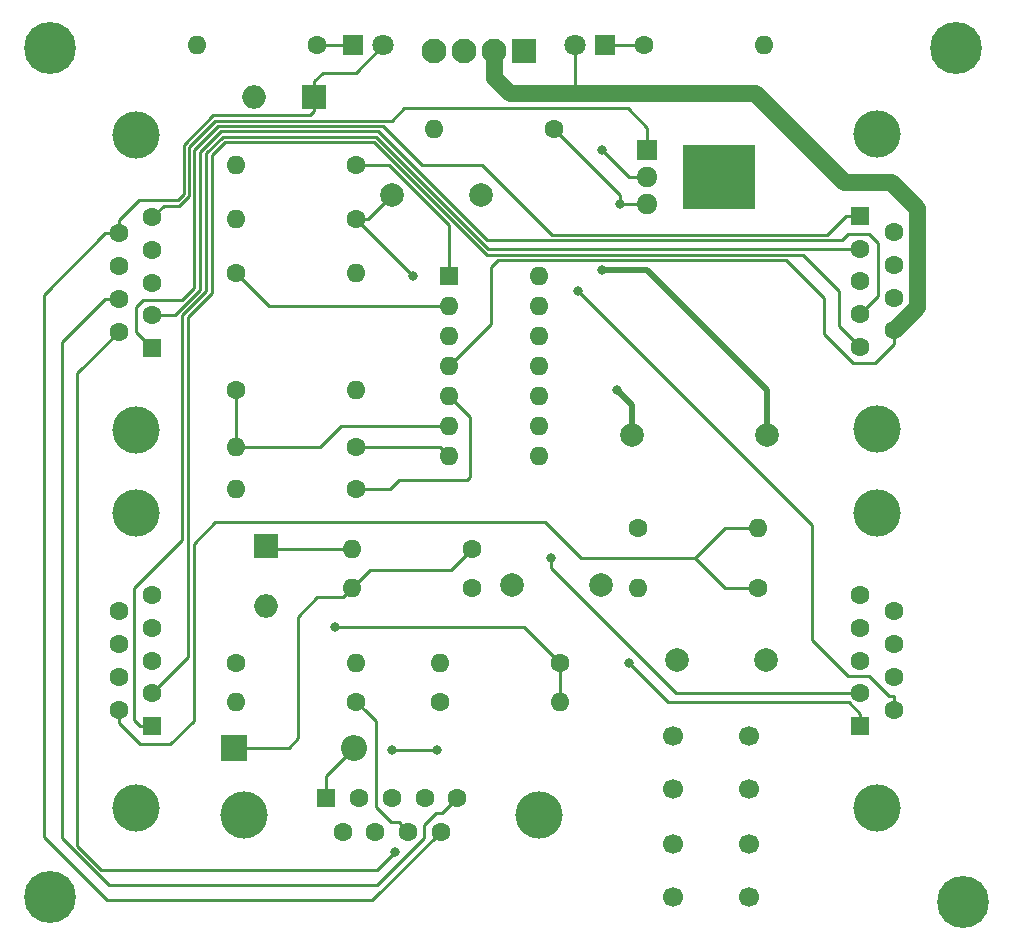
<source format=gbr>
G04 #@! TF.GenerationSoftware,KiCad,Pcbnew,5.1.6-c6e7f7d~87~ubuntu20.04.1*
G04 #@! TF.CreationDate,2020-09-09T20:55:58-04:00*
G04 #@! TF.ProjectId,CB3,4342332e-6b69-4636-9164-5f7063625858,rev?*
G04 #@! TF.SameCoordinates,Original*
G04 #@! TF.FileFunction,Copper,L1,Top*
G04 #@! TF.FilePolarity,Positive*
%FSLAX46Y46*%
G04 Gerber Fmt 4.6, Leading zero omitted, Abs format (unit mm)*
G04 Created by KiCad (PCBNEW 5.1.6-c6e7f7d~87~ubuntu20.04.1) date 2020-09-09 20:55:58*
%MOMM*%
%LPD*%
G01*
G04 APERTURE LIST*
G04 #@! TA.AperFunction,ComponentPad*
%ADD10O,1.800000X1.714500*%
G04 #@! TD*
G04 #@! TA.AperFunction,ComponentPad*
%ADD11R,1.800000X1.714500*%
G04 #@! TD*
G04 #@! TA.AperFunction,SMDPad,CuDef*
%ADD12R,6.200000X5.500000*%
G04 #@! TD*
G04 #@! TA.AperFunction,ComponentPad*
%ADD13C,2.000000*%
G04 #@! TD*
G04 #@! TA.AperFunction,ComponentPad*
%ADD14O,1.600000X1.600000*%
G04 #@! TD*
G04 #@! TA.AperFunction,ComponentPad*
%ADD15C,1.600000*%
G04 #@! TD*
G04 #@! TA.AperFunction,ComponentPad*
%ADD16C,1.800000*%
G04 #@! TD*
G04 #@! TA.AperFunction,ComponentPad*
%ADD17R,1.800000X1.800000*%
G04 #@! TD*
G04 #@! TA.AperFunction,ComponentPad*
%ADD18O,2.000000X2.000000*%
G04 #@! TD*
G04 #@! TA.AperFunction,ComponentPad*
%ADD19R,2.000000X2.000000*%
G04 #@! TD*
G04 #@! TA.AperFunction,ComponentPad*
%ADD20O,2.200000X2.200000*%
G04 #@! TD*
G04 #@! TA.AperFunction,ComponentPad*
%ADD21R,2.200000X2.200000*%
G04 #@! TD*
G04 #@! TA.AperFunction,ComponentPad*
%ADD22R,1.600000X1.600000*%
G04 #@! TD*
G04 #@! TA.AperFunction,ComponentPad*
%ADD23C,4.000000*%
G04 #@! TD*
G04 #@! TA.AperFunction,ComponentPad*
%ADD24C,2.100000*%
G04 #@! TD*
G04 #@! TA.AperFunction,ComponentPad*
%ADD25R,2.100000X2.100000*%
G04 #@! TD*
G04 #@! TA.AperFunction,ComponentPad*
%ADD26C,1.700000*%
G04 #@! TD*
G04 #@! TA.AperFunction,ViaPad*
%ADD27C,4.400000*%
G04 #@! TD*
G04 #@! TA.AperFunction,ViaPad*
%ADD28C,0.800000*%
G04 #@! TD*
G04 #@! TA.AperFunction,Conductor*
%ADD29C,0.250000*%
G04 #@! TD*
G04 #@! TA.AperFunction,Conductor*
%ADD30C,0.500000*%
G04 #@! TD*
G04 #@! TA.AperFunction,Conductor*
%ADD31C,1.400000*%
G04 #@! TD*
G04 APERTURE END LIST*
D10*
X128270000Y-55372000D03*
X128270000Y-53086000D03*
D11*
X128270000Y-50800000D03*
D12*
X134343333Y-53086000D03*
D13*
X138400000Y-74930000D03*
X127000000Y-74930000D03*
X138310000Y-93980000D03*
X130810000Y-93980000D03*
X114180000Y-54610000D03*
X106680000Y-54610000D03*
X124340000Y-87630000D03*
X116840000Y-87630000D03*
D14*
X138176000Y-41910000D03*
D15*
X128016000Y-41910000D03*
D14*
X90170000Y-41910000D03*
D15*
X100330000Y-41910000D03*
D16*
X122174000Y-41910000D03*
D17*
X124714000Y-41910000D03*
D16*
X105918000Y-41910000D03*
D17*
X103378000Y-41910000D03*
D18*
X94996000Y-46278800D03*
D19*
X100076000Y-46278800D03*
D20*
X103460000Y-101400000D03*
D21*
X93300000Y-101400000D03*
D18*
X96000000Y-89380000D03*
D19*
X96000000Y-84300000D03*
D22*
X86360000Y-67564000D03*
D15*
X86360000Y-64794000D03*
X86360000Y-62024000D03*
X86360000Y-59254000D03*
X86360000Y-56484000D03*
X83520000Y-66179000D03*
X83520000Y-63409000D03*
X83520000Y-60639000D03*
X83520000Y-57869000D03*
D23*
X84940000Y-49524000D03*
X84940000Y-74524000D03*
D22*
X146304000Y-56388000D03*
D15*
X146304000Y-59158000D03*
X146304000Y-61928000D03*
X146304000Y-64698000D03*
X146304000Y-67468000D03*
X149144000Y-57773000D03*
X149144000Y-60543000D03*
X149144000Y-63313000D03*
X149144000Y-66083000D03*
D23*
X147724000Y-74428000D03*
X147724000Y-49428000D03*
D22*
X111506000Y-61468000D03*
D14*
X119126000Y-76708000D03*
X111506000Y-64008000D03*
X119126000Y-74168000D03*
X111506000Y-66548000D03*
X119126000Y-71628000D03*
X111506000Y-69088000D03*
X119126000Y-69088000D03*
X111506000Y-71628000D03*
X119126000Y-66548000D03*
X111506000Y-74168000D03*
X119126000Y-64008000D03*
X111506000Y-76708000D03*
X119126000Y-61468000D03*
D24*
X110236000Y-42418000D03*
X112776000Y-42418000D03*
X115316000Y-42418000D03*
D25*
X117856000Y-42418000D03*
D26*
X130406000Y-100402000D03*
X136906000Y-100402000D03*
X130406000Y-104902000D03*
X136906000Y-104902000D03*
X130406000Y-109546000D03*
X136906000Y-109546000D03*
X130406000Y-114046000D03*
X136906000Y-114046000D03*
D14*
X137668000Y-82804000D03*
D15*
X127508000Y-82804000D03*
D14*
X127508000Y-87884000D03*
D15*
X137668000Y-87884000D03*
D14*
X110236000Y-49022000D03*
D15*
X120396000Y-49022000D03*
D14*
X120904000Y-97536000D03*
D15*
X110744000Y-97536000D03*
D14*
X93472000Y-52070000D03*
D15*
X103632000Y-52070000D03*
D14*
X103632000Y-61214000D03*
D15*
X93472000Y-61214000D03*
D14*
X93472000Y-56642000D03*
D15*
X103632000Y-56642000D03*
D14*
X93472000Y-97536000D03*
D15*
X103632000Y-97536000D03*
D14*
X110744000Y-94234000D03*
D15*
X120904000Y-94234000D03*
D14*
X103632000Y-71120000D03*
D15*
X93472000Y-71120000D03*
D14*
X93472000Y-75946000D03*
D15*
X103632000Y-75946000D03*
D14*
X93472000Y-79502000D03*
D15*
X103632000Y-79502000D03*
D14*
X103632000Y-94234000D03*
D15*
X93472000Y-94234000D03*
D14*
X103272000Y-87884000D03*
D15*
X113432000Y-87884000D03*
D14*
X103272000Y-84582000D03*
D15*
X113432000Y-84582000D03*
D22*
X146304000Y-99568000D03*
D15*
X146304000Y-96798000D03*
X146304000Y-94028000D03*
X146304000Y-91258000D03*
X146304000Y-88488000D03*
X149144000Y-98183000D03*
X149144000Y-95413000D03*
X149144000Y-92643000D03*
X149144000Y-89873000D03*
D23*
X147724000Y-106528000D03*
X147724000Y-81528000D03*
D22*
X101092000Y-105664000D03*
D15*
X103862000Y-105664000D03*
X106632000Y-105664000D03*
X109402000Y-105664000D03*
X112172000Y-105664000D03*
X102477000Y-108504000D03*
X105247000Y-108504000D03*
X108017000Y-108504000D03*
X110787000Y-108504000D03*
D23*
X94132000Y-107084000D03*
X119132000Y-107084000D03*
D22*
X86360000Y-99568000D03*
D15*
X86360000Y-96798000D03*
X86360000Y-94028000D03*
X86360000Y-91258000D03*
X86360000Y-88488000D03*
X83520000Y-98183000D03*
X83520000Y-95413000D03*
X83520000Y-92643000D03*
X83520000Y-89873000D03*
D23*
X84940000Y-81528000D03*
X84940000Y-106528000D03*
D27*
X154432000Y-42164000D03*
X155000000Y-114500000D03*
X77700000Y-114050000D03*
X77700000Y-42200000D03*
D28*
X126746000Y-94234000D03*
X106934000Y-110236000D03*
X101854000Y-91186000D03*
X110490000Y-101600000D03*
X106680000Y-101600000D03*
X125984000Y-55372000D03*
X122428000Y-62738000D03*
X120142000Y-85344000D03*
X108458000Y-61468000D03*
X124460000Y-50800000D03*
X125730000Y-71120000D03*
X124460000Y-60960000D03*
D29*
X146304000Y-98518000D02*
X146304000Y-99568000D01*
X145322000Y-97536000D02*
X146304000Y-98518000D01*
X130048000Y-97536000D02*
X145322000Y-97536000D01*
X126746000Y-94234000D02*
X130048000Y-97536000D01*
X109347000Y-109093000D02*
X109347000Y-107950000D01*
X105410000Y-113030000D02*
X109347000Y-109093000D01*
X110902000Y-106934000D02*
X112172000Y-105664000D01*
X82678410Y-113030000D02*
X105410000Y-113030000D01*
X78740000Y-109091590D02*
X82678410Y-113030000D01*
X78740000Y-67057630D02*
X78740000Y-109091590D01*
X110363000Y-106934000D02*
X110902000Y-106934000D01*
X82388630Y-63409000D02*
X78740000Y-67057630D01*
X109347000Y-107950000D02*
X110363000Y-106934000D01*
X83520000Y-63409000D02*
X82388630Y-63409000D01*
X106934000Y-110236000D02*
X106934000Y-110236000D01*
X105410000Y-111760000D02*
X106934000Y-110236000D01*
X82044820Y-111760000D02*
X105410000Y-111760000D01*
X80010000Y-109725180D02*
X82044820Y-111760000D01*
X80010000Y-69689000D02*
X80010000Y-109725180D01*
X83520000Y-66179000D02*
X80010000Y-69689000D01*
X107696000Y-47244000D02*
X126602000Y-47244000D01*
X106622009Y-48317991D02*
X107696000Y-47244000D01*
X89465990Y-50534010D02*
X91682009Y-48317991D01*
X89465990Y-54670420D02*
X89465990Y-50534010D01*
X126602000Y-47244000D02*
X128270000Y-48912000D01*
X91682009Y-48317991D02*
X106622009Y-48317991D01*
X88602400Y-55534010D02*
X89465990Y-54670420D01*
X87309990Y-55534010D02*
X88602400Y-55534010D01*
X86360000Y-56484000D02*
X87309990Y-55534010D01*
X128270000Y-48912000D02*
X128270000Y-50800000D01*
X147828000Y-63174000D02*
X146304000Y-64698000D01*
X147066000Y-57912000D02*
X147828000Y-58674000D01*
X145288000Y-57912000D02*
X147066000Y-57912000D01*
X114679590Y-58420000D02*
X144780000Y-58420000D01*
X105477600Y-49218010D02*
X114679590Y-58420000D01*
X90424000Y-62612410D02*
X90424000Y-50928410D01*
X92134400Y-49218010D02*
X105477600Y-49218010D01*
X90424000Y-50928410D02*
X92134400Y-49218010D01*
X144780000Y-58420000D02*
X145288000Y-57912000D01*
X86360000Y-64794000D02*
X88242410Y-64794000D01*
X147828000Y-58674000D02*
X147828000Y-63174000D01*
X88242410Y-64794000D02*
X90424000Y-62612410D01*
X86360000Y-67560000D02*
X86360000Y-67564000D01*
X146304000Y-56388000D02*
X145091990Y-56388000D01*
X114300000Y-52070000D02*
X109220000Y-52070000D01*
X91948000Y-48768000D02*
X89916000Y-50800000D01*
X89916000Y-62484000D02*
X88900000Y-63500000D01*
X145091990Y-56388000D02*
X143510000Y-57969990D01*
X85000000Y-66200000D02*
X86360000Y-67560000D01*
X120199990Y-57969990D02*
X114300000Y-52070000D01*
X105918000Y-48768000D02*
X91948000Y-48768000D01*
X89916000Y-50800000D02*
X89916000Y-62484000D01*
X88900000Y-63500000D02*
X85600000Y-63500000D01*
X109220000Y-52070000D02*
X105918000Y-48768000D01*
X85600000Y-63500000D02*
X85000000Y-64100000D01*
X143510000Y-57969990D02*
X120199990Y-57969990D01*
X85000000Y-64100000D02*
X85000000Y-66200000D01*
X96282000Y-84582000D02*
X96000000Y-84300000D01*
X103272000Y-84582000D02*
X96282000Y-84582000D01*
X83520000Y-99314370D02*
X83520000Y-98183000D01*
X85297630Y-101092000D02*
X83520000Y-99314370D01*
X87884000Y-101092000D02*
X85297630Y-101092000D01*
X89858010Y-99117990D02*
X87884000Y-101092000D01*
X132334000Y-85344000D02*
X122682000Y-85344000D01*
X91694000Y-82296000D02*
X89858010Y-84131990D01*
X89858010Y-84131990D02*
X89858010Y-99117990D01*
X122682000Y-85344000D02*
X119634000Y-82296000D01*
X119634000Y-82296000D02*
X91694000Y-82296000D01*
X134874000Y-82804000D02*
X132334000Y-85344000D01*
X137668000Y-82804000D02*
X134874000Y-82804000D01*
X134874000Y-87884000D02*
X132334000Y-85344000D01*
X137668000Y-87884000D02*
X134874000Y-87884000D01*
X117856000Y-91186000D02*
X120904000Y-94234000D01*
X101854000Y-91186000D02*
X117856000Y-91186000D01*
X120904000Y-94234000D02*
X120904000Y-97536000D01*
X144526000Y-65690000D02*
X146304000Y-67468000D01*
X144526000Y-62738000D02*
X144526000Y-65690000D01*
X141478000Y-59690000D02*
X144526000Y-62738000D01*
X105104800Y-50118030D02*
X114676770Y-59690000D01*
X92507200Y-50118030D02*
X105104800Y-50118030D01*
X91440000Y-62869230D02*
X91440000Y-51185230D01*
X114676770Y-59690000D02*
X141478000Y-59690000D01*
X89408000Y-64901230D02*
X91440000Y-62869230D01*
X91440000Y-51185230D02*
X92507200Y-50118030D01*
X89408000Y-93750000D02*
X89408000Y-64901230D01*
X86360000Y-96798000D02*
X89408000Y-93750000D01*
X88900000Y-83820000D02*
X84836000Y-87884000D01*
X146304000Y-59158000D02*
X114781180Y-59158000D01*
X85310000Y-99568000D02*
X86360000Y-99568000D01*
X88900000Y-64772820D02*
X88900000Y-83820000D01*
X84836000Y-87884000D02*
X84836000Y-99094000D01*
X90932000Y-62740820D02*
X88900000Y-64772820D01*
X90932000Y-51056820D02*
X90932000Y-62740820D01*
X105291201Y-49668021D02*
X92320799Y-49668021D01*
X92320799Y-49668021D02*
X90932000Y-51056820D01*
X84836000Y-99094000D02*
X85310000Y-99568000D01*
X114781180Y-59158000D02*
X105291201Y-49668021D01*
X103632000Y-97536000D02*
X104431999Y-98335999D01*
X104431999Y-98335999D02*
X105283000Y-99187000D01*
X106561001Y-107704001D02*
X105283000Y-106426000D01*
X107217001Y-107704001D02*
X106561001Y-107704001D01*
X108017000Y-108504000D02*
X107217001Y-107704001D01*
X105283000Y-106426000D02*
X105283000Y-99187000D01*
X101092000Y-103768000D02*
X103460000Y-101400000D01*
X101092000Y-105664000D02*
X101092000Y-103768000D01*
X110490000Y-101600000D02*
X106680000Y-101600000D01*
X106680000Y-101600000D02*
X106680000Y-101600000D01*
X125984000Y-55372000D02*
X125984000Y-55372000D01*
X125984000Y-54610000D02*
X125984000Y-55372000D01*
X120396000Y-49022000D02*
X125984000Y-54610000D01*
X128270000Y-55372000D02*
X125984000Y-55372000D01*
X103632000Y-52070000D02*
X106420360Y-52070000D01*
X111506000Y-57155640D02*
X111506000Y-61468000D01*
X106420360Y-52070000D02*
X111506000Y-57155640D01*
X122428000Y-62738000D02*
X122428000Y-62738000D01*
X149144000Y-97051630D02*
X149144000Y-98183000D01*
X142240000Y-82550000D02*
X142240000Y-92329000D01*
X122428000Y-62738000D02*
X142240000Y-82550000D01*
X145288000Y-95377000D02*
X147066000Y-95377000D01*
X148740630Y-97051630D02*
X149144000Y-97051630D01*
X147066000Y-95377000D02*
X148740630Y-97051630D01*
X142240000Y-92329000D02*
X145288000Y-95377000D01*
X110744000Y-75946000D02*
X111506000Y-76708000D01*
X103632000Y-75946000D02*
X110744000Y-75946000D01*
X120142000Y-85344000D02*
X120142000Y-85344000D01*
X120142000Y-86233000D02*
X120142000Y-85344000D01*
X130707000Y-96798000D02*
X120142000Y-86233000D01*
X146304000Y-96798000D02*
X130707000Y-96798000D01*
X102362000Y-74168000D02*
X111506000Y-74168000D01*
X93472000Y-75946000D02*
X100584000Y-75946000D01*
X100584000Y-75946000D02*
X102362000Y-74168000D01*
X93472000Y-75946000D02*
X93472000Y-71120000D01*
X106504500Y-79502000D02*
X103632000Y-79502000D01*
X107266500Y-78740000D02*
X106504500Y-79502000D01*
X113030000Y-78740000D02*
X107266500Y-78740000D01*
X113284000Y-78486000D02*
X113030000Y-78740000D01*
X113284000Y-73406000D02*
X113284000Y-78486000D01*
X111506000Y-71628000D02*
X113284000Y-73406000D01*
X108458000Y-61468000D02*
X106426000Y-59436000D01*
X106426000Y-59436000D02*
X106426000Y-59436000D01*
X103759000Y-56515000D02*
X103632000Y-56642000D01*
X106377500Y-59387500D02*
X106426000Y-59436000D01*
X104648000Y-56642000D02*
X103632000Y-56642000D01*
X106680000Y-54610000D02*
X104648000Y-56642000D01*
X103632000Y-56642000D02*
X106680000Y-59690000D01*
X96266000Y-64008000D02*
X111506000Y-64008000D01*
X93472000Y-61214000D02*
X96266000Y-64008000D01*
X126746000Y-53086000D02*
X124460000Y-50800000D01*
X128270000Y-53086000D02*
X126746000Y-53086000D01*
X104796000Y-86360000D02*
X103272000Y-87884000D01*
X113432000Y-84582000D02*
X111654000Y-86360000D01*
X111654000Y-86360000D02*
X104796000Y-86360000D01*
X102472001Y-88683999D02*
X100316001Y-88683999D01*
X103272000Y-87884000D02*
X102472001Y-88683999D01*
X100316001Y-88683999D02*
X98700000Y-90300000D01*
X98700000Y-90300000D02*
X98700000Y-100600000D01*
X97900000Y-101400000D02*
X93300000Y-101400000D01*
X98700000Y-100600000D02*
X97900000Y-101400000D01*
X102228000Y-41910000D02*
X100330000Y-41910000D01*
X103378000Y-41910000D02*
X102228000Y-41910000D01*
X124714000Y-41910000D02*
X128016000Y-41910000D01*
X89015981Y-50347609D02*
X91495609Y-47867981D01*
X89015980Y-50484020D02*
X89015981Y-50347609D01*
X89000000Y-50500000D02*
X89015980Y-50484020D01*
X83520000Y-56737630D02*
X85257630Y-55000000D01*
X85257630Y-55000000D02*
X88500000Y-55000000D01*
X88500000Y-55000000D02*
X89000000Y-54500000D01*
X83520000Y-57869000D02*
X83520000Y-56737630D01*
X89000000Y-54500000D02*
X89000000Y-50500000D01*
X91495609Y-47867981D02*
X99686019Y-47867981D01*
X100076000Y-47478000D02*
X100076000Y-46228000D01*
X99686019Y-47867981D02*
X100076000Y-47478000D01*
X100076000Y-44978000D02*
X100807200Y-44246800D01*
X100076000Y-46228000D02*
X100076000Y-44978000D01*
X103581200Y-44246800D02*
X105918000Y-41910000D01*
X100807200Y-44246800D02*
X103581200Y-44246800D01*
D30*
X127000000Y-74930000D02*
X127000000Y-72390000D01*
X127000000Y-72390000D02*
X125730000Y-71120000D01*
X125730000Y-71120000D02*
X125730000Y-71120000D01*
D29*
X82550000Y-114300000D02*
X104991000Y-114300000D01*
X104991000Y-114300000D02*
X110787000Y-108504000D01*
X77216000Y-108966000D02*
X82550000Y-114300000D01*
X77216000Y-63041630D02*
X77216000Y-108966000D01*
X82388630Y-57869000D02*
X77216000Y-63041630D01*
X83520000Y-57869000D02*
X82388630Y-57869000D01*
X122174000Y-45974000D02*
X122174000Y-41910000D01*
D31*
X122174000Y-45974000D02*
X116613076Y-45974000D01*
X115316000Y-44676924D02*
X116613076Y-45974000D01*
X115316000Y-42418000D02*
X115316000Y-44676924D01*
X149943999Y-65283001D02*
X149144000Y-66083000D01*
X149943999Y-65256001D02*
X149943999Y-65283001D01*
X151100000Y-55700000D02*
X151100000Y-64100000D01*
X148900000Y-53500000D02*
X151100000Y-55700000D01*
X144940000Y-53500000D02*
X148900000Y-53500000D01*
X137414000Y-45974000D02*
X144940000Y-53500000D01*
X151100000Y-64100000D02*
X149943999Y-65256001D01*
X122174000Y-45974000D02*
X137414000Y-45974000D01*
D29*
X145700000Y-68800000D02*
X147558370Y-68800000D01*
X143256000Y-66356000D02*
X145700000Y-68800000D01*
X149144000Y-67214370D02*
X149144000Y-66083000D01*
X147558370Y-68800000D02*
X149144000Y-67214370D01*
X143256000Y-63373000D02*
X143256000Y-66356000D01*
X115627989Y-60140011D02*
X140023011Y-60140011D01*
X115062000Y-60706000D02*
X115627989Y-60140011D01*
X115062000Y-65532000D02*
X115062000Y-60706000D01*
X140023011Y-60140011D02*
X143256000Y-63373000D01*
X111506000Y-69088000D02*
X115062000Y-65532000D01*
X109728000Y-41910000D02*
X110236000Y-42418000D01*
D30*
X138400000Y-74930000D02*
X138400000Y-72360000D01*
X138400000Y-72360000D02*
X138400000Y-71090000D01*
X138400000Y-71090000D02*
X128270000Y-60960000D01*
X128270000Y-60960000D02*
X124460000Y-60960000D01*
X124460000Y-60960000D02*
X124460000Y-60960000D01*
M02*

</source>
